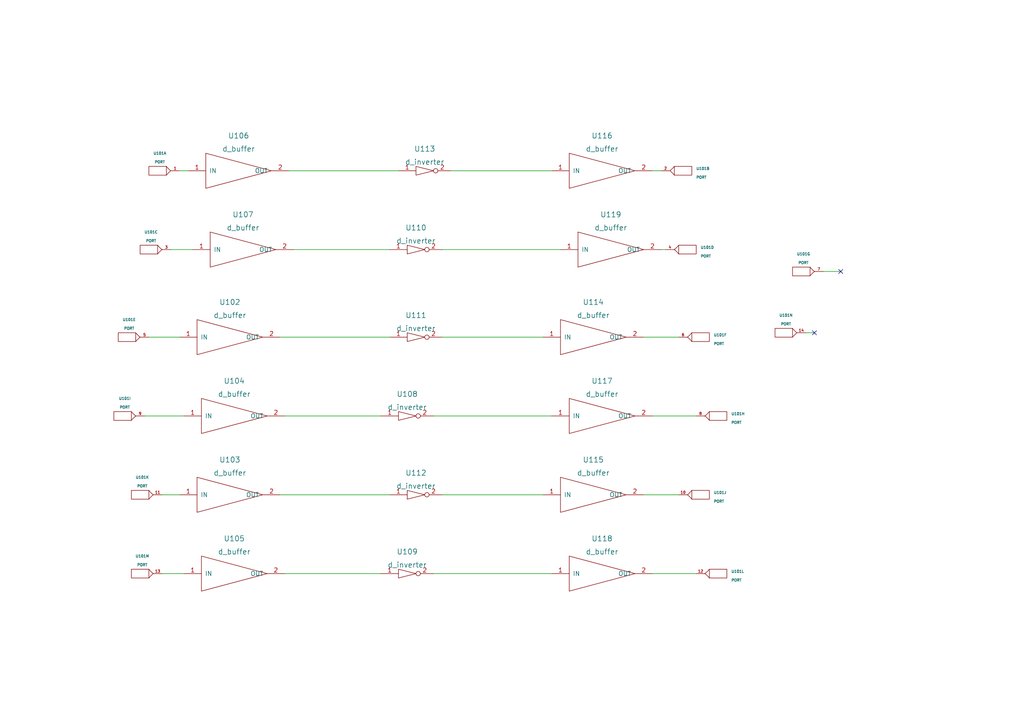
<source format=kicad_sch>
(kicad_sch (version 20211123) (generator eeschema)
  (paper "A4")
  (lib_symbols
    (symbol "eSim_Digital:d_buffer" (pin_names (offset 1.016))
      (property "Reference" "U" (at 0 -1.27 0))
      (property "Value" "d_buffer" (at 0 1.27 0))
      (symbol "d_buffer_0_1"
        (polyline (pts (xy -7.62 5.08) (xy -7.62 -5.08) (xy 11.43 0) (xy -7.62 5.08)))
      )
      (symbol "d_buffer_1_1"
        (pin input line (at -12.7 0 0) (length 5.08) (name "IN") (number "1"))
        (pin output line (at 16.51 0 180) (length 5.08) (name "OUT") (number "2"))
      )
    )
    (symbol "eSim_Digital:d_inverter" (pin_names (offset 1.016))
      (property "Reference" "U" (at 0 -2.54 0))
      (property "Value" "d_inverter" (at 0 3.81 0))
      (symbol "d_inverter_0_1"
        (polyline (pts (xy -2.54 1.27) (xy -2.54 -1.27) (xy 2.54 0) (xy -2.54 1.27)))
      )
      (symbol "d_inverter_1_1"
        (pin input line (at -7.62 0 0) (length 5.08) (name "~") (number "1"))
        (pin output inverted (at 7.62 0 180) (length 5.08) (name "~") (number "2"))
      )
    )
    (symbol "eSim_Miscellaneous:PORT" (pin_names (offset 1.016))
      (property "Reference" "U" (at 1.27 2.54 0))
      (property "Value" "PORT" (at 0 0 0))
      (symbol "PORT_0_1"
        (rectangle (start -2.54 1.27) (end 2.54 -1.27))
        (arc (start 2.54 1.27) (mid 3.1355 0.5955) (end 3.81 0))
        (arc (start 3.81 0) (mid 3.1447 -0.6046) (end 2.54 -1.27))
      )
      (symbol "PORT_1_1"
        (pin bidirectional line (at 6.35 0 180) (length 2.54) (name "~") (number "1"))
      )
      (symbol "PORT_2_1"
        (pin bidirectional line (at 6.35 0 180) (length 2.54) (name "~") (number "2"))
      )
      (symbol "PORT_3_1"
        (pin bidirectional line (at 6.35 0 180) (length 2.54) (name "~") (number "3"))
      )
      (symbol "PORT_4_1"
        (pin bidirectional line (at 6.35 0 180) (length 2.54) (name "~") (number "4"))
      )
      (symbol "PORT_5_1"
        (pin bidirectional line (at 6.35 0 180) (length 2.54) (name "~") (number "5"))
      )
      (symbol "PORT_6_1"
        (pin bidirectional line (at 6.35 0 180) (length 2.54) (name "~") (number "6"))
      )
      (symbol "PORT_7_1"
        (pin bidirectional line (at 6.35 0 180) (length 2.54) (name "~") (number "7"))
      )
      (symbol "PORT_8_1"
        (pin bidirectional line (at 6.35 0 180) (length 2.54) (name "~") (number "8"))
      )
      (symbol "PORT_9_1"
        (pin bidirectional line (at 6.35 0 180) (length 2.54) (name "~") (number "9"))
      )
      (symbol "PORT_10_1"
        (pin bidirectional line (at 6.35 0 180) (length 2.54) (name "~") (number "10"))
      )
      (symbol "PORT_11_1"
        (pin bidirectional line (at 6.35 0 180) (length 2.54) (name "~") (number "11"))
      )
      (symbol "PORT_12_1"
        (pin bidirectional line (at 6.35 0 180) (length 2.54) (name "~") (number "12"))
      )
      (symbol "PORT_13_1"
        (pin bidirectional line (at 6.35 0 180) (length 2.54) (name "~") (number "13"))
      )
      (symbol "PORT_14_1"
        (pin bidirectional line (at 6.35 0 180) (length 2.54) (name "~") (number "14"))
      )
      (symbol "PORT_15_1"
        (pin bidirectional line (at 6.35 0 180) (length 2.54) (name "~") (number "15"))
      )
      (symbol "PORT_16_1"
        (pin bidirectional line (at 6.35 0 180) (length 2.54) (name "~") (number "16"))
      )
      (symbol "PORT_17_1"
        (pin bidirectional line (at 6.35 0 180) (length 2.54) (name "~") (number "17"))
      )
      (symbol "PORT_18_1"
        (pin bidirectional line (at 6.35 0 180) (length 2.54) (name "~") (number "18"))
      )
      (symbol "PORT_19_1"
        (pin bidirectional line (at 6.35 0 180) (length 2.54) (name "~") (number "19"))
      )
      (symbol "PORT_20_1"
        (pin bidirectional line (at 6.35 0 180) (length 2.54) (name "~") (number "20"))
      )
      (symbol "PORT_21_1"
        (pin bidirectional line (at 6.35 0 180) (length 2.54) (name "~") (number "21"))
      )
      (symbol "PORT_22_1"
        (pin bidirectional line (at 6.35 0 180) (length 2.54) (name "~") (number "22"))
      )
      (symbol "PORT_23_1"
        (pin bidirectional line (at 6.35 0 180) (length 2.54) (name "~") (number "23"))
      )
      (symbol "PORT_24_1"
        (pin bidirectional line (at 6.35 0 180) (length 2.54) (name "~") (number "24"))
      )
      (symbol "PORT_25_1"
        (pin bidirectional line (at 6.35 0 180) (length 2.54) (name "~") (number "25"))
      )
      (symbol "PORT_26_1"
        (pin bidirectional line (at 6.35 0 180) (length 2.54) (name "~") (number "26"))
      )
    )
  )
  (no_connect (at 243.84 78.74))
  (no_connect (at 236.22 96.52))
  (wire (pts (xy 191.77 49.53) (xy 189.23 49.53)))
  (wire (pts (xy 110.49 166.37) (xy 82.55 166.37)))
  (wire (pts (xy 191.77 72.39) (xy 193.04 72.39)))
  (wire (pts (xy 46.99 143.51) (xy 52.07 143.51)))
  (wire (pts (xy 115.57 49.53) (xy 83.82 49.53)))
  (wire (pts (xy 201.93 120.65) (xy 189.23 120.65)))
  (wire (pts (xy 160.02 166.37) (xy 125.73 166.37)))
  (wire (pts (xy 160.02 120.65) (xy 125.73 120.65)))
  (wire (pts (xy 41.91 120.65) (xy 53.34 120.65)))
  (wire (pts (xy 49.53 72.39) (xy 55.88 72.39)))
  (wire (pts (xy 201.93 166.37) (xy 189.23 166.37)))
  (wire (pts (xy 233.68 96.52) (xy 236.22 96.52)))
  (wire (pts (xy 52.07 49.53) (xy 54.61 49.53)))
  (wire (pts (xy 43.18 97.79) (xy 52.07 97.79)))
  (wire (pts (xy 157.48 143.51) (xy 128.27 143.51)))
  (wire (pts (xy 162.56 72.39) (xy 128.27 72.39)))
  (wire (pts (xy 110.49 120.65) (xy 82.55 120.65)))
  (wire (pts (xy 113.03 97.79) (xy 81.28 97.79)))
  (wire (pts (xy 113.03 143.51) (xy 81.28 143.51)))
  (wire (pts (xy 157.48 97.79) (xy 128.27 97.79)))
  (wire (pts (xy 160.02 49.53) (xy 130.81 49.53)))
  (wire (pts (xy 113.03 72.39) (xy 85.09 72.39)))
  (wire (pts (xy 46.99 166.37) (xy 53.34 166.37)))
  (wire (pts (xy 196.85 97.79) (xy 186.69 97.79)))
  (wire (pts (xy 196.85 143.51) (xy 186.69 143.51)))
  (wire (pts (xy 238.76 78.74) (xy 243.84 78.74)))
  (symbol (lib_id "eSim_Digital:d_buffer") (at 172.72 166.37 0) (unit 1)
    (property "Reference" "U118" (at 174.625 156.21 0) (effects (font (size 1.524 1.524))))
    (property "Value" "d_buffer" (at 174.625 160.02 0) (effects (font (size 1.524 1.524))))
  )
  (symbol (lib_id "eSim_Digital:d_buffer") (at 67.31 49.53 0) (unit 1)
    (property "Reference" "U106" (at 69.215 39.37 0) (effects (font (size 1.524 1.524))))
    (property "Value" "d_buffer" (at 69.215 43.18 0) (effects (font (size 1.524 1.524))))
  )
  (symbol (lib_id "eSim_Digital:d_buffer") (at 172.72 120.65 0) (unit 1)
    (property "Reference" "U117" (at 174.625 110.49 0) (effects (font (size 1.524 1.524))))
    (property "Value" "d_buffer" (at 174.625 114.3 0) (effects (font (size 1.524 1.524))))
  )
  (symbol (lib_id "eSim_Digital:d_buffer") (at 172.72 49.53 0) (unit 1)
    (property "Reference" "U116" (at 174.625 39.37 0) (effects (font (size 1.524 1.524))))
    (property "Value" "d_buffer" (at 174.625 43.18 0) (effects (font (size 1.524 1.524))))
  )
  (symbol (lib_id "eSim_Miscellaneous:PORT") (at 227.33 96.52 0) (unit 14)
    (property "Reference" "U101" (at 227.965 91.44 0) (effects (font (size 0.762 0.762))))
    (property "Value" "PORT" (at 227.965 93.98 0) (effects (font (size 0.762 0.762))))
  )
  (symbol (lib_id "eSim_Miscellaneous:PORT") (at 232.41 78.74 0) (unit 7)
    (property "Reference" "U101" (at 233.045 73.66 0) (effects (font (size 0.762 0.762))))
    (property "Value" "PORT" (at 233.045 76.2 0) (effects (font (size 0.762 0.762))))
  )
  (symbol (lib_id "eSim_Digital:d_buffer") (at 66.04 166.37 0) (unit 1)
    (property "Reference" "U105" (at 67.945 156.21 0) (effects (font (size 1.524 1.524))))
    (property "Value" "d_buffer" (at 67.945 160.02 0) (effects (font (size 1.524 1.524))))
  )
  (symbol (lib_id "eSim_Miscellaneous:PORT") (at 208.28 120.65 180) (unit 8)
    (property "Reference" "U101" (at 212.09 120.015 0) (effects (font (size 0.762 0.762)) (justify right)))
    (property "Value" "PORT" (at 212.09 122.555 0) (effects (font (size 0.762 0.762)) (justify right)))
  )
  (symbol (lib_id "eSim_Digital:d_inverter") (at 120.65 97.79 0) (unit 1)
    (property "Reference" "U111" (at 120.65 91.44 0) (effects (font (size 1.524 1.524))))
    (property "Value" "d_inverter" (at 120.65 95.25 0) (effects (font (size 1.524 1.524))))
  )
  (symbol (lib_id "eSim_Miscellaneous:PORT") (at 208.28 166.37 180) (unit 12)
    (property "Reference" "U101" (at 212.09 165.735 0) (effects (font (size 0.762 0.762)) (justify right)))
    (property "Value" "PORT" (at 212.09 168.275 0) (effects (font (size 0.762 0.762)) (justify right)))
  )
  (symbol (lib_id "eSim_Digital:d_buffer") (at 175.26 72.39 0) (unit 1)
    (property "Reference" "U119" (at 177.165 62.23 0) (effects (font (size 1.524 1.524))))
    (property "Value" "d_buffer" (at 177.165 66.04 0) (effects (font (size 1.524 1.524))))
  )
  (symbol (lib_id "eSim_Miscellaneous:PORT") (at 198.12 49.53 180) (unit 2)
    (property "Reference" "U101" (at 201.93 48.895 0) (effects (font (size 0.762 0.762)) (justify right)))
    (property "Value" "PORT" (at 201.93 51.435 0) (effects (font (size 0.762 0.762)) (justify right)))
  )
  (symbol (lib_id "eSim_Miscellaneous:PORT") (at 43.18 72.39 0) (unit 3)
    (property "Reference" "U101" (at 43.815 67.31 0) (effects (font (size 0.762 0.762))))
    (property "Value" "PORT" (at 43.815 69.85 0) (effects (font (size 0.762 0.762))))
  )
  (symbol (lib_id "eSim_Digital:d_inverter") (at 118.11 120.65 0) (unit 1)
    (property "Reference" "U108" (at 118.11 114.3 0) (effects (font (size 1.524 1.524))))
    (property "Value" "d_inverter" (at 118.11 118.11 0) (effects (font (size 1.524 1.524))))
  )
  (symbol (lib_id "eSim_Digital:d_buffer") (at 170.18 143.51 0) (unit 1)
    (property "Reference" "U115" (at 172.085 133.35 0) (effects (font (size 1.524 1.524))))
    (property "Value" "d_buffer" (at 172.085 137.16 0) (effects (font (size 1.524 1.524))))
  )
  (symbol (lib_id "eSim_Digital:d_inverter") (at 118.11 166.37 0) (unit 1)
    (property "Reference" "U109" (at 118.11 160.02 0) (effects (font (size 1.524 1.524))))
    (property "Value" "d_inverter" (at 118.11 163.83 0) (effects (font (size 1.524 1.524))))
  )
  (symbol (lib_id "eSim_Digital:d_buffer") (at 170.18 97.79 0) (unit 1)
    (property "Reference" "U114" (at 172.085 87.63 0) (effects (font (size 1.524 1.524))))
    (property "Value" "d_buffer" (at 172.085 91.44 0) (effects (font (size 1.524 1.524))))
  )
  (symbol (lib_id "eSim_Digital:d_buffer") (at 68.58 72.39 0) (unit 1)
    (property "Reference" "U107" (at 70.485 62.23 0) (effects (font (size 1.524 1.524))))
    (property "Value" "d_buffer" (at 70.485 66.04 0) (effects (font (size 1.524 1.524))))
  )
  (symbol (lib_id "eSim_Miscellaneous:PORT") (at 45.72 49.53 0) (unit 1)
    (property "Reference" "U101" (at 46.355 44.45 0) (effects (font (size 0.762 0.762))))
    (property "Value" "PORT" (at 46.355 46.99 0) (effects (font (size 0.762 0.762))))
  )
  (symbol (lib_id "eSim_Miscellaneous:PORT") (at 36.83 97.79 0) (unit 5)
    (property "Reference" "U101" (at 37.465 92.71 0) (effects (font (size 0.762 0.762))))
    (property "Value" "PORT" (at 37.465 95.25 0) (effects (font (size 0.762 0.762))))
  )
  (symbol (lib_id "eSim_Digital:d_buffer") (at 66.04 120.65 0) (unit 1)
    (property "Reference" "U104" (at 67.945 110.49 0) (effects (font (size 1.524 1.524))))
    (property "Value" "d_buffer" (at 67.945 114.3 0) (effects (font (size 1.524 1.524))))
  )
  (symbol (lib_id "eSim_Digital:d_inverter") (at 120.65 72.39 0) (unit 1)
    (property "Reference" "U110" (at 120.65 66.04 0) (effects (font (size 1.524 1.524))))
    (property "Value" "d_inverter" (at 120.65 69.85 0) (effects (font (size 1.524 1.524))))
  )
  (symbol (lib_id "eSim_Miscellaneous:PORT") (at 199.39 72.39 180) (unit 4)
    (property "Reference" "U101" (at 203.2 71.755 0) (effects (font (size 0.762 0.762)) (justify right)))
    (property "Value" "PORT" (at 203.2 74.295 0) (effects (font (size 0.762 0.762)) (justify right)))
  )
  (symbol (lib_id "eSim_Miscellaneous:PORT") (at 40.64 143.51 0) (unit 11)
    (property "Reference" "U101" (at 41.275 138.43 0) (effects (font (size 0.762 0.762))))
    (property "Value" "PORT" (at 41.275 140.97 0) (effects (font (size 0.762 0.762))))
  )
  (symbol (lib_id "eSim_Digital:d_buffer") (at 64.77 97.79 0) (unit 1)
    (property "Reference" "U102" (at 66.675 87.63 0) (effects (font (size 1.524 1.524))))
    (property "Value" "d_buffer" (at 66.675 91.44 0) (effects (font (size 1.524 1.524))))
  )
  (symbol (lib_id "eSim_Digital:d_inverter") (at 123.19 49.53 0) (unit 1)
    (property "Reference" "U113" (at 123.19 43.18 0) (effects (font (size 1.524 1.524))))
    (property "Value" "d_inverter" (at 123.19 46.99 0) (effects (font (size 1.524 1.524))))
  )
  (symbol (lib_id "eSim_Miscellaneous:PORT") (at 40.64 166.37 0) (unit 13)
    (property "Reference" "U101" (at 41.275 161.29 0) (effects (font (size 0.762 0.762))))
    (property "Value" "PORT" (at 41.275 163.83 0) (effects (font (size 0.762 0.762))))
  )
  (symbol (lib_id "eSim_Miscellaneous:PORT") (at 203.2 97.79 180) (unit 6)
    (property "Reference" "U101" (at 207.01 97.155 0) (effects (font (size 0.762 0.762)) (justify right)))
    (property "Value" "PORT" (at 207.01 99.695 0) (effects (font (size 0.762 0.762)) (justify right)))
  )
  (symbol (lib_id "eSim_Digital:d_buffer") (at 64.77 143.51 0) (unit 1)
    (property "Reference" "U103" (at 66.675 133.35 0) (effects (font (size 1.524 1.524))))
    (property "Value" "d_buffer" (at 66.675 137.16 0) (effects (font (size 1.524 1.524))))
  )
  (symbol (lib_id "eSim_Miscellaneous:PORT") (at 35.56 120.65 0) (unit 9)
    (property "Reference" "U101" (at 36.195 115.57 0) (effects (font (size 0.762 0.762))))
    (property "Value" "PORT" (at 36.195 118.11 0) (effects (font (size 0.762 0.762))))
  )
  (symbol (lib_id "eSim_Digital:d_inverter") (at 120.65 143.51 0) (unit 1)
    (property "Reference" "U112" (at 120.65 137.16 0) (effects (font (size 1.524 1.524))))
    (property "Value" "d_inverter" (at 120.65 140.97 0) (effects (font (size 1.524 1.524))))
  )
  (symbol (lib_id "eSim_Miscellaneous:PORT") (at 203.2 143.51 180) (unit 10)
    (property "Reference" "U101" (at 207.01 142.875 0) (effects (font (size 0.762 0.762)) (justify right)))
    (property "Value" "PORT" (at 207.01 145.415 0) (effects (font (size 0.762 0.762)) (justify right)))
  )
)
</source>
